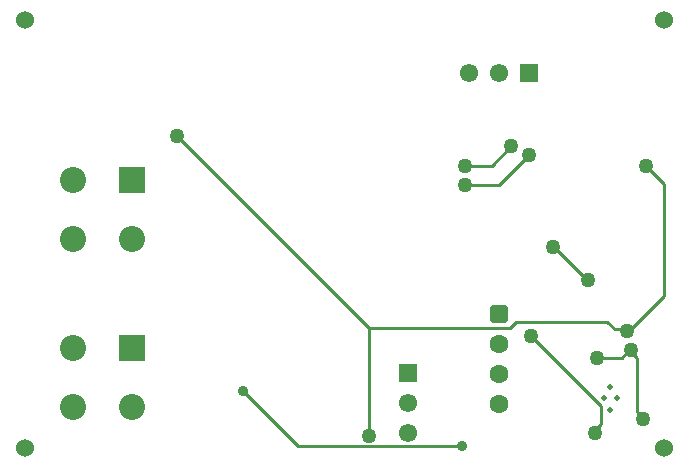
<source format=gbl>
G04*
G04 #@! TF.GenerationSoftware,Altium Limited,Altium Designer,25.2.1 (25)*
G04*
G04 Layer_Physical_Order=2*
G04 Layer_Color=16711680*
%FSLAX44Y44*%
%MOMM*%
G71*
G04*
G04 #@! TF.SameCoordinates,B8EFBEB0-C926-48BE-8793-122A16FBB591*
G04*
G04*
G04 #@! TF.FilePolarity,Positive*
G04*
G01*
G75*
%ADD42C,1.5500*%
%ADD43R,1.5500X1.5500*%
%ADD46C,2.2098*%
%ADD47R,2.2098X2.2098*%
%ADD48R,1.5500X1.5500*%
%ADD51C,0.5000*%
%ADD52C,0.2540*%
%ADD53C,1.5240*%
%ADD54C,1.6000*%
G04:AMPARAMS|DCode=55|XSize=1.6mm|YSize=1.6mm|CornerRadius=0.4mm|HoleSize=0mm|Usage=FLASHONLY|Rotation=270.000|XOffset=0mm|YOffset=0mm|HoleType=Round|Shape=RoundedRectangle|*
%AMROUNDEDRECTD55*
21,1,1.6000,0.8000,0,0,270.0*
21,1,0.8000,1.6000,0,0,270.0*
1,1,0.8000,-0.4000,-0.4000*
1,1,0.8000,-0.4000,0.4000*
1,1,0.8000,0.4000,0.4000*
1,1,0.8000,0.4000,-0.4000*
%
%ADD55ROUNDEDRECTD55*%
%ADD56C,1.2700*%
%ADD57C,0.8890*%
D42*
X386080Y327660D02*
D03*
X411480D02*
D03*
X334010Y22860D02*
D03*
Y48260D02*
D03*
D43*
X436880Y327660D02*
D03*
D46*
X100330Y186690D02*
D03*
X50330D02*
D03*
Y236690D02*
D03*
X100330Y44450D02*
D03*
X50330D02*
D03*
Y94450D02*
D03*
D47*
X100330Y236690D02*
D03*
Y94450D02*
D03*
D48*
X334010Y73660D02*
D03*
D51*
X511210Y52070D02*
D03*
X499710D02*
D03*
X505460Y42570D02*
D03*
Y61570D02*
D03*
D52*
X300990Y20320D02*
Y111760D01*
X194310Y58420D02*
X241300Y11430D01*
X379730D01*
X457200Y180340D02*
X457835D01*
X485775Y152400D01*
X486410D01*
X502920Y116840D02*
X509270Y110490D01*
X518160D02*
X519430Y109220D01*
X509270Y110490D02*
X518160D01*
X519430Y109220D02*
X521424D01*
X551180Y138976D01*
Y233680D01*
X535940Y248920D02*
X551180Y233680D01*
X492760Y25609D02*
X497840Y30689D01*
Y45397D01*
X492760Y22860D02*
Y25609D01*
X528320Y40858D02*
Y86142D01*
X523240Y91222D02*
Y92710D01*
X533400Y34290D02*
Y35778D01*
X528320Y40858D02*
X533400Y35778D01*
X523240Y91222D02*
X528320Y86142D01*
X521572Y92710D02*
X523240D01*
X515222Y86360D02*
X521572Y92710D01*
X494030Y86360D02*
X515222D01*
X425450Y116840D02*
X502920D01*
X420370Y111760D02*
X425450Y116840D01*
X300990Y111760D02*
X420370D01*
X138430Y274320D02*
X300990Y111760D01*
X438468Y104769D02*
X497840Y45397D01*
X411480Y232410D02*
X436880Y257810D01*
X382270Y232410D02*
X411480D01*
X405130Y248920D02*
X421640Y265430D01*
X382270Y248920D02*
X405130D01*
D53*
X10160Y372110D02*
D03*
X551180Y10160D02*
D03*
X10160D02*
D03*
X551180Y372110D02*
D03*
D54*
X411480Y97790D02*
D03*
Y72390D02*
D03*
Y46990D02*
D03*
D55*
Y123190D02*
D03*
D56*
X300990Y20320D02*
D03*
X457200Y180340D02*
D03*
X486410Y152400D02*
D03*
X519430Y109220D02*
D03*
X535940Y248920D02*
D03*
X492760Y22860D02*
D03*
X494030Y86360D02*
D03*
X523240Y92710D02*
D03*
X533400Y34290D02*
D03*
X138430Y274320D02*
D03*
X438468Y104769D02*
D03*
X436880Y257810D02*
D03*
X421640Y265430D02*
D03*
X382270Y232410D02*
D03*
Y248920D02*
D03*
D57*
X194310Y58420D02*
D03*
X379730Y11430D02*
D03*
M02*

</source>
